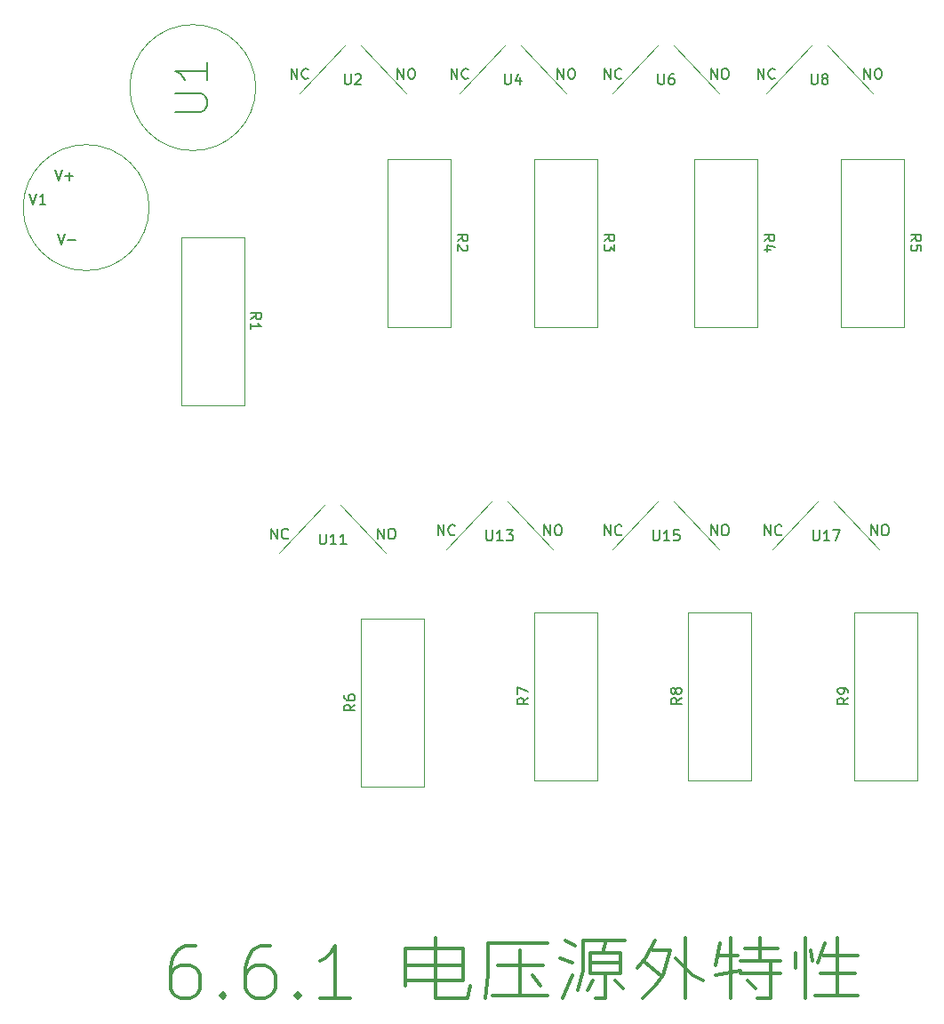
<source format=gbr>
%TF.GenerationSoftware,KiCad,Pcbnew,(6.0.7)*%
%TF.CreationDate,2022-09-05T15:10:35+08:00*%
%TF.ProjectId,6_6,365f362e-6b69-4636-9164-5f7063625858,rev?*%
%TF.SameCoordinates,Original*%
%TF.FileFunction,Legend,Top*%
%TF.FilePolarity,Positive*%
%FSLAX46Y46*%
G04 Gerber Fmt 4.6, Leading zero omitted, Abs format (unit mm)*
G04 Created by KiCad (PCBNEW (6.0.7)) date 2022-09-05 15:10:35*
%MOMM*%
%LPD*%
G01*
G04 APERTURE LIST*
%ADD10C,0.300000*%
%ADD11C,0.150000*%
%ADD12C,0.120000*%
G04 APERTURE END LIST*
D10*
X31991904Y-102036904D02*
X31039523Y-102036904D01*
X30563333Y-102275000D01*
X30325238Y-102513095D01*
X29849047Y-103227380D01*
X29610952Y-104179761D01*
X29610952Y-106084523D01*
X29849047Y-106560714D01*
X30087142Y-106798809D01*
X30563333Y-107036904D01*
X31515714Y-107036904D01*
X31991904Y-106798809D01*
X32229999Y-106560714D01*
X32468095Y-106084523D01*
X32468095Y-104894047D01*
X32229999Y-104417857D01*
X31991904Y-104179761D01*
X31515714Y-103941666D01*
X30563333Y-103941666D01*
X30087142Y-104179761D01*
X29849047Y-104417857D01*
X29610952Y-104894047D01*
X34610952Y-106560714D02*
X34849047Y-106798809D01*
X34610952Y-107036904D01*
X34372857Y-106798809D01*
X34610952Y-106560714D01*
X34610952Y-107036904D01*
X39134761Y-102036904D02*
X38182380Y-102036904D01*
X37706190Y-102275000D01*
X37468095Y-102513095D01*
X36991904Y-103227380D01*
X36753809Y-104179761D01*
X36753809Y-106084523D01*
X36991904Y-106560714D01*
X37230000Y-106798809D01*
X37706190Y-107036904D01*
X38658571Y-107036904D01*
X39134761Y-106798809D01*
X39372857Y-106560714D01*
X39610952Y-106084523D01*
X39610952Y-104894047D01*
X39372857Y-104417857D01*
X39134761Y-104179761D01*
X38658571Y-103941666D01*
X37706190Y-103941666D01*
X37230000Y-104179761D01*
X36991904Y-104417857D01*
X36753809Y-104894047D01*
X41753809Y-106560714D02*
X41991904Y-106798809D01*
X41753809Y-107036904D01*
X41515714Y-106798809D01*
X41753809Y-106560714D01*
X41753809Y-107036904D01*
X46753809Y-107036904D02*
X43896666Y-107036904D01*
X45325238Y-107036904D02*
X45325238Y-102036904D01*
X44849047Y-102751190D01*
X44372857Y-103227380D01*
X43896666Y-103465476D01*
X51991904Y-103941666D02*
X57468095Y-103941666D01*
X51991904Y-105370238D02*
X57468095Y-105370238D01*
X54849047Y-107036904D02*
X57944285Y-107036904D01*
X51991904Y-102275000D02*
X51991904Y-105846428D01*
X54849047Y-101322619D02*
X54849047Y-107036904D01*
X51991904Y-102275000D02*
X57468095Y-102275000D01*
X57468095Y-105370238D01*
X58182380Y-105846428D02*
X57944285Y-107036904D01*
X59849047Y-101798809D02*
X65563333Y-101798809D01*
X60801428Y-103941666D02*
X65087142Y-103941666D01*
X60325238Y-106798809D02*
X65563333Y-106798809D01*
X62944285Y-102513095D02*
X62944285Y-106798809D01*
X64134761Y-104894047D02*
X64849047Y-105846428D01*
X59849047Y-101798809D02*
X59849047Y-104894047D01*
X59610952Y-107036904D01*
X68896666Y-101560714D02*
X72944285Y-101560714D01*
X69610952Y-103703571D02*
X72468095Y-103703571D01*
X69610952Y-104655952D02*
X72468095Y-104655952D01*
X70087142Y-107036904D02*
X71039523Y-107036904D01*
X69610952Y-102751190D02*
X69610952Y-104655952D01*
X71039523Y-101798809D02*
X70801428Y-102751190D01*
X71039523Y-104655952D02*
X71039523Y-107036904D01*
X69610952Y-102751190D02*
X72468095Y-102751190D01*
X72468095Y-104655952D01*
X71991904Y-105370238D02*
X72706190Y-106084523D01*
X69849047Y-105370238D02*
X69372857Y-106322619D01*
X67230000Y-101560714D02*
X68182380Y-102036904D01*
X66753809Y-103227380D02*
X67944285Y-103703571D01*
X67944285Y-104894047D02*
X66991904Y-107036904D01*
X68896666Y-101560714D02*
X68896666Y-104417857D01*
X68420476Y-106322619D01*
X78658571Y-101322619D02*
X78658571Y-107036904D01*
X77706190Y-103227380D02*
X79372857Y-104894047D01*
X80325238Y-105370238D01*
X75801428Y-101560714D02*
X74849047Y-103227380D01*
X74134761Y-104179761D01*
X74849047Y-103703571D02*
X76277619Y-104894047D01*
X75563333Y-102513095D02*
X77230000Y-102513095D01*
X76515714Y-104894047D01*
X75801428Y-105846428D01*
X74610952Y-107036904D01*
X84372857Y-102275000D02*
X87468095Y-102275000D01*
X81753809Y-102989285D02*
X83658571Y-102989285D01*
X83896666Y-103465476D02*
X87706190Y-103465476D01*
X83896666Y-104655952D02*
X87706190Y-104655952D01*
X85563333Y-107036904D02*
X86753809Y-107036904D01*
X82944285Y-101322619D02*
X82944285Y-107036904D01*
X85801428Y-101322619D02*
X85801428Y-103465476D01*
X86753809Y-103465476D02*
X86753809Y-107036904D01*
X84610952Y-105370238D02*
X85325238Y-106084523D01*
X83896666Y-104417857D02*
X81515714Y-104894047D01*
X81991904Y-101798809D02*
X81515714Y-103941666D01*
X91753809Y-102989285D02*
X95087142Y-102989285D01*
X91515714Y-104655952D02*
X94849047Y-104655952D01*
X91039523Y-106798809D02*
X95087142Y-106798809D01*
X90087142Y-101322619D02*
X90087142Y-107036904D01*
X93182380Y-101322619D02*
X93182380Y-106798809D01*
X90563333Y-102513095D02*
X90801428Y-103465476D01*
X89134761Y-102751190D02*
X89134761Y-104179761D01*
X91991904Y-101798809D02*
X91277619Y-103703571D01*
D11*
%TO.C,U2*%
X46228095Y-19010380D02*
X46228095Y-19819904D01*
X46275714Y-19915142D01*
X46323333Y-19962761D01*
X46418571Y-20010380D01*
X46609047Y-20010380D01*
X46704285Y-19962761D01*
X46751904Y-19915142D01*
X46799523Y-19819904D01*
X46799523Y-19010380D01*
X47228095Y-19105619D02*
X47275714Y-19058000D01*
X47370952Y-19010380D01*
X47609047Y-19010380D01*
X47704285Y-19058000D01*
X47751904Y-19105619D01*
X47799523Y-19200857D01*
X47799523Y-19296095D01*
X47751904Y-19438952D01*
X47180476Y-20010380D01*
X47799523Y-20010380D01*
X41124285Y-19502380D02*
X41124285Y-18502380D01*
X41695714Y-19502380D01*
X41695714Y-18502380D01*
X42743333Y-19407142D02*
X42695714Y-19454761D01*
X42552857Y-19502380D01*
X42457619Y-19502380D01*
X42314761Y-19454761D01*
X42219523Y-19359523D01*
X42171904Y-19264285D01*
X42124285Y-19073809D01*
X42124285Y-18930952D01*
X42171904Y-18740476D01*
X42219523Y-18645238D01*
X42314761Y-18550000D01*
X42457619Y-18502380D01*
X42552857Y-18502380D01*
X42695714Y-18550000D01*
X42743333Y-18597619D01*
X51260476Y-19502380D02*
X51260476Y-18502380D01*
X51831904Y-19502380D01*
X51831904Y-18502380D01*
X52498571Y-18502380D02*
X52689047Y-18502380D01*
X52784285Y-18550000D01*
X52879523Y-18645238D01*
X52927142Y-18835714D01*
X52927142Y-19169047D01*
X52879523Y-19359523D01*
X52784285Y-19454761D01*
X52689047Y-19502380D01*
X52498571Y-19502380D01*
X52403333Y-19454761D01*
X52308095Y-19359523D01*
X52260476Y-19169047D01*
X52260476Y-18835714D01*
X52308095Y-18645238D01*
X52403333Y-18550000D01*
X52498571Y-18502380D01*
%TO.C,U17*%
X90836904Y-62475380D02*
X90836904Y-63284904D01*
X90884523Y-63380142D01*
X90932142Y-63427761D01*
X91027380Y-63475380D01*
X91217857Y-63475380D01*
X91313095Y-63427761D01*
X91360714Y-63380142D01*
X91408333Y-63284904D01*
X91408333Y-62475380D01*
X92408333Y-63475380D02*
X91836904Y-63475380D01*
X92122619Y-63475380D02*
X92122619Y-62475380D01*
X92027380Y-62618238D01*
X91932142Y-62713476D01*
X91836904Y-62761095D01*
X92741666Y-62475380D02*
X93408333Y-62475380D01*
X92979761Y-63475380D01*
X96345476Y-62967380D02*
X96345476Y-61967380D01*
X96916904Y-62967380D01*
X96916904Y-61967380D01*
X97583571Y-61967380D02*
X97774047Y-61967380D01*
X97869285Y-62015000D01*
X97964523Y-62110238D01*
X98012142Y-62300714D01*
X98012142Y-62634047D01*
X97964523Y-62824523D01*
X97869285Y-62919761D01*
X97774047Y-62967380D01*
X97583571Y-62967380D01*
X97488333Y-62919761D01*
X97393095Y-62824523D01*
X97345476Y-62634047D01*
X97345476Y-62300714D01*
X97393095Y-62110238D01*
X97488333Y-62015000D01*
X97583571Y-61967380D01*
X86209285Y-62967380D02*
X86209285Y-61967380D01*
X86780714Y-62967380D01*
X86780714Y-61967380D01*
X87828333Y-62872142D02*
X87780714Y-62919761D01*
X87637857Y-62967380D01*
X87542619Y-62967380D01*
X87399761Y-62919761D01*
X87304523Y-62824523D01*
X87256904Y-62729285D01*
X87209285Y-62538809D01*
X87209285Y-62395952D01*
X87256904Y-62205476D01*
X87304523Y-62110238D01*
X87399761Y-62015000D01*
X87542619Y-61967380D01*
X87637857Y-61967380D01*
X87780714Y-62015000D01*
X87828333Y-62062619D01*
%TO.C,R7*%
X63698380Y-78446666D02*
X63222190Y-78780000D01*
X63698380Y-79018095D02*
X62698380Y-79018095D01*
X62698380Y-78637142D01*
X62746000Y-78541904D01*
X62793619Y-78494285D01*
X62888857Y-78446666D01*
X63031714Y-78446666D01*
X63126952Y-78494285D01*
X63174571Y-78541904D01*
X63222190Y-78637142D01*
X63222190Y-79018095D01*
X62698380Y-78113333D02*
X62698380Y-77446666D01*
X63698380Y-77875238D01*
%TO.C,R3*%
X70921619Y-34933333D02*
X71397809Y-34600000D01*
X70921619Y-34361904D02*
X71921619Y-34361904D01*
X71921619Y-34742857D01*
X71874000Y-34838095D01*
X71826380Y-34885714D01*
X71731142Y-34933333D01*
X71588285Y-34933333D01*
X71493047Y-34885714D01*
X71445428Y-34838095D01*
X71397809Y-34742857D01*
X71397809Y-34361904D01*
X71921619Y-35266666D02*
X71921619Y-35885714D01*
X71540666Y-35552380D01*
X71540666Y-35695238D01*
X71493047Y-35790476D01*
X71445428Y-35838095D01*
X71350190Y-35885714D01*
X71112095Y-35885714D01*
X71016857Y-35838095D01*
X70969238Y-35790476D01*
X70921619Y-35695238D01*
X70921619Y-35409523D01*
X70969238Y-35314285D01*
X71016857Y-35266666D01*
%TO.C,U11*%
X43846904Y-62825380D02*
X43846904Y-63634904D01*
X43894523Y-63730142D01*
X43942142Y-63777761D01*
X44037380Y-63825380D01*
X44227857Y-63825380D01*
X44323095Y-63777761D01*
X44370714Y-63730142D01*
X44418333Y-63634904D01*
X44418333Y-62825380D01*
X45418333Y-63825380D02*
X44846904Y-63825380D01*
X45132619Y-63825380D02*
X45132619Y-62825380D01*
X45037380Y-62968238D01*
X44942142Y-63063476D01*
X44846904Y-63111095D01*
X46370714Y-63825380D02*
X45799285Y-63825380D01*
X46085000Y-63825380D02*
X46085000Y-62825380D01*
X45989761Y-62968238D01*
X45894523Y-63063476D01*
X45799285Y-63111095D01*
X39219285Y-63317380D02*
X39219285Y-62317380D01*
X39790714Y-63317380D01*
X39790714Y-62317380D01*
X40838333Y-63222142D02*
X40790714Y-63269761D01*
X40647857Y-63317380D01*
X40552619Y-63317380D01*
X40409761Y-63269761D01*
X40314523Y-63174523D01*
X40266904Y-63079285D01*
X40219285Y-62888809D01*
X40219285Y-62745952D01*
X40266904Y-62555476D01*
X40314523Y-62460238D01*
X40409761Y-62365000D01*
X40552619Y-62317380D01*
X40647857Y-62317380D01*
X40790714Y-62365000D01*
X40838333Y-62412619D01*
X49355476Y-63317380D02*
X49355476Y-62317380D01*
X49926904Y-63317380D01*
X49926904Y-62317380D01*
X50593571Y-62317380D02*
X50784047Y-62317380D01*
X50879285Y-62365000D01*
X50974523Y-62460238D01*
X51022142Y-62650714D01*
X51022142Y-62984047D01*
X50974523Y-63174523D01*
X50879285Y-63269761D01*
X50784047Y-63317380D01*
X50593571Y-63317380D01*
X50498333Y-63269761D01*
X50403095Y-63174523D01*
X50355476Y-62984047D01*
X50355476Y-62650714D01*
X50403095Y-62460238D01*
X50498333Y-62365000D01*
X50593571Y-62317380D01*
%TO.C,U6*%
X76073095Y-19010380D02*
X76073095Y-19819904D01*
X76120714Y-19915142D01*
X76168333Y-19962761D01*
X76263571Y-20010380D01*
X76454047Y-20010380D01*
X76549285Y-19962761D01*
X76596904Y-19915142D01*
X76644523Y-19819904D01*
X76644523Y-19010380D01*
X77549285Y-19010380D02*
X77358809Y-19010380D01*
X77263571Y-19058000D01*
X77215952Y-19105619D01*
X77120714Y-19248476D01*
X77073095Y-19438952D01*
X77073095Y-19819904D01*
X77120714Y-19915142D01*
X77168333Y-19962761D01*
X77263571Y-20010380D01*
X77454047Y-20010380D01*
X77549285Y-19962761D01*
X77596904Y-19915142D01*
X77644523Y-19819904D01*
X77644523Y-19581809D01*
X77596904Y-19486571D01*
X77549285Y-19438952D01*
X77454047Y-19391333D01*
X77263571Y-19391333D01*
X77168333Y-19438952D01*
X77120714Y-19486571D01*
X77073095Y-19581809D01*
X70969285Y-19502380D02*
X70969285Y-18502380D01*
X71540714Y-19502380D01*
X71540714Y-18502380D01*
X72588333Y-19407142D02*
X72540714Y-19454761D01*
X72397857Y-19502380D01*
X72302619Y-19502380D01*
X72159761Y-19454761D01*
X72064523Y-19359523D01*
X72016904Y-19264285D01*
X71969285Y-19073809D01*
X71969285Y-18930952D01*
X72016904Y-18740476D01*
X72064523Y-18645238D01*
X72159761Y-18550000D01*
X72302619Y-18502380D01*
X72397857Y-18502380D01*
X72540714Y-18550000D01*
X72588333Y-18597619D01*
X81105476Y-19502380D02*
X81105476Y-18502380D01*
X81676904Y-19502380D01*
X81676904Y-18502380D01*
X82343571Y-18502380D02*
X82534047Y-18502380D01*
X82629285Y-18550000D01*
X82724523Y-18645238D01*
X82772142Y-18835714D01*
X82772142Y-19169047D01*
X82724523Y-19359523D01*
X82629285Y-19454761D01*
X82534047Y-19502380D01*
X82343571Y-19502380D01*
X82248333Y-19454761D01*
X82153095Y-19359523D01*
X82105476Y-19169047D01*
X82105476Y-18835714D01*
X82153095Y-18645238D01*
X82248333Y-18550000D01*
X82343571Y-18502380D01*
%TO.C,U15*%
X75596904Y-62475380D02*
X75596904Y-63284904D01*
X75644523Y-63380142D01*
X75692142Y-63427761D01*
X75787380Y-63475380D01*
X75977857Y-63475380D01*
X76073095Y-63427761D01*
X76120714Y-63380142D01*
X76168333Y-63284904D01*
X76168333Y-62475380D01*
X77168333Y-63475380D02*
X76596904Y-63475380D01*
X76882619Y-63475380D02*
X76882619Y-62475380D01*
X76787380Y-62618238D01*
X76692142Y-62713476D01*
X76596904Y-62761095D01*
X78073095Y-62475380D02*
X77596904Y-62475380D01*
X77549285Y-62951571D01*
X77596904Y-62903952D01*
X77692142Y-62856333D01*
X77930238Y-62856333D01*
X78025476Y-62903952D01*
X78073095Y-62951571D01*
X78120714Y-63046809D01*
X78120714Y-63284904D01*
X78073095Y-63380142D01*
X78025476Y-63427761D01*
X77930238Y-63475380D01*
X77692142Y-63475380D01*
X77596904Y-63427761D01*
X77549285Y-63380142D01*
X81105476Y-62967380D02*
X81105476Y-61967380D01*
X81676904Y-62967380D01*
X81676904Y-61967380D01*
X82343571Y-61967380D02*
X82534047Y-61967380D01*
X82629285Y-62015000D01*
X82724523Y-62110238D01*
X82772142Y-62300714D01*
X82772142Y-62634047D01*
X82724523Y-62824523D01*
X82629285Y-62919761D01*
X82534047Y-62967380D01*
X82343571Y-62967380D01*
X82248333Y-62919761D01*
X82153095Y-62824523D01*
X82105476Y-62634047D01*
X82105476Y-62300714D01*
X82153095Y-62110238D01*
X82248333Y-62015000D01*
X82343571Y-61967380D01*
X70969285Y-62967380D02*
X70969285Y-61967380D01*
X71540714Y-62967380D01*
X71540714Y-61967380D01*
X72588333Y-62872142D02*
X72540714Y-62919761D01*
X72397857Y-62967380D01*
X72302619Y-62967380D01*
X72159761Y-62919761D01*
X72064523Y-62824523D01*
X72016904Y-62729285D01*
X71969285Y-62538809D01*
X71969285Y-62395952D01*
X72016904Y-62205476D01*
X72064523Y-62110238D01*
X72159761Y-62015000D01*
X72302619Y-61967380D01*
X72397857Y-61967380D01*
X72540714Y-62015000D01*
X72588333Y-62062619D01*
%TO.C,R4*%
X86161619Y-34933333D02*
X86637809Y-34600000D01*
X86161619Y-34361904D02*
X87161619Y-34361904D01*
X87161619Y-34742857D01*
X87114000Y-34838095D01*
X87066380Y-34885714D01*
X86971142Y-34933333D01*
X86828285Y-34933333D01*
X86733047Y-34885714D01*
X86685428Y-34838095D01*
X86637809Y-34742857D01*
X86637809Y-34361904D01*
X86828285Y-35790476D02*
X86161619Y-35790476D01*
X87209238Y-35552380D02*
X86494952Y-35314285D01*
X86494952Y-35933333D01*
%TO.C,U1*%
X30107142Y-22605714D02*
X32535714Y-22605714D01*
X32821428Y-22462857D01*
X32964285Y-22320000D01*
X33107142Y-22034285D01*
X33107142Y-21462857D01*
X32964285Y-21177142D01*
X32821428Y-21034285D01*
X32535714Y-20891428D01*
X30107142Y-20891428D01*
X33107142Y-17891428D02*
X33107142Y-19605714D01*
X33107142Y-18748571D02*
X30107142Y-18748571D01*
X30535714Y-19034285D01*
X30821428Y-19320000D01*
X30964285Y-19605714D01*
%TO.C,R6*%
X47188380Y-79081666D02*
X46712190Y-79415000D01*
X47188380Y-79653095D02*
X46188380Y-79653095D01*
X46188380Y-79272142D01*
X46236000Y-79176904D01*
X46283619Y-79129285D01*
X46378857Y-79081666D01*
X46521714Y-79081666D01*
X46616952Y-79129285D01*
X46664571Y-79176904D01*
X46712190Y-79272142D01*
X46712190Y-79653095D01*
X46188380Y-78224523D02*
X46188380Y-78415000D01*
X46236000Y-78510238D01*
X46283619Y-78557857D01*
X46426476Y-78653095D01*
X46616952Y-78700714D01*
X46997904Y-78700714D01*
X47093142Y-78653095D01*
X47140761Y-78605476D01*
X47188380Y-78510238D01*
X47188380Y-78319761D01*
X47140761Y-78224523D01*
X47093142Y-78176904D01*
X46997904Y-78129285D01*
X46759809Y-78129285D01*
X46664571Y-78176904D01*
X46616952Y-78224523D01*
X46569333Y-78319761D01*
X46569333Y-78510238D01*
X46616952Y-78605476D01*
X46664571Y-78653095D01*
X46759809Y-78700714D01*
%TO.C,U4*%
X61468095Y-19010380D02*
X61468095Y-19819904D01*
X61515714Y-19915142D01*
X61563333Y-19962761D01*
X61658571Y-20010380D01*
X61849047Y-20010380D01*
X61944285Y-19962761D01*
X61991904Y-19915142D01*
X62039523Y-19819904D01*
X62039523Y-19010380D01*
X62944285Y-19343714D02*
X62944285Y-20010380D01*
X62706190Y-18962761D02*
X62468095Y-19677047D01*
X63087142Y-19677047D01*
X56364285Y-19502380D02*
X56364285Y-18502380D01*
X56935714Y-19502380D01*
X56935714Y-18502380D01*
X57983333Y-19407142D02*
X57935714Y-19454761D01*
X57792857Y-19502380D01*
X57697619Y-19502380D01*
X57554761Y-19454761D01*
X57459523Y-19359523D01*
X57411904Y-19264285D01*
X57364285Y-19073809D01*
X57364285Y-18930952D01*
X57411904Y-18740476D01*
X57459523Y-18645238D01*
X57554761Y-18550000D01*
X57697619Y-18502380D01*
X57792857Y-18502380D01*
X57935714Y-18550000D01*
X57983333Y-18597619D01*
X66500476Y-19502380D02*
X66500476Y-18502380D01*
X67071904Y-19502380D01*
X67071904Y-18502380D01*
X67738571Y-18502380D02*
X67929047Y-18502380D01*
X68024285Y-18550000D01*
X68119523Y-18645238D01*
X68167142Y-18835714D01*
X68167142Y-19169047D01*
X68119523Y-19359523D01*
X68024285Y-19454761D01*
X67929047Y-19502380D01*
X67738571Y-19502380D01*
X67643333Y-19454761D01*
X67548095Y-19359523D01*
X67500476Y-19169047D01*
X67500476Y-18835714D01*
X67548095Y-18645238D01*
X67643333Y-18550000D01*
X67738571Y-18502380D01*
%TO.C,R5*%
X100131619Y-34933333D02*
X100607809Y-34600000D01*
X100131619Y-34361904D02*
X101131619Y-34361904D01*
X101131619Y-34742857D01*
X101084000Y-34838095D01*
X101036380Y-34885714D01*
X100941142Y-34933333D01*
X100798285Y-34933333D01*
X100703047Y-34885714D01*
X100655428Y-34838095D01*
X100607809Y-34742857D01*
X100607809Y-34361904D01*
X101131619Y-35838095D02*
X101131619Y-35361904D01*
X100655428Y-35314285D01*
X100703047Y-35361904D01*
X100750666Y-35457142D01*
X100750666Y-35695238D01*
X100703047Y-35790476D01*
X100655428Y-35838095D01*
X100560190Y-35885714D01*
X100322095Y-35885714D01*
X100226857Y-35838095D01*
X100179238Y-35790476D01*
X100131619Y-35695238D01*
X100131619Y-35457142D01*
X100179238Y-35361904D01*
X100226857Y-35314285D01*
%TO.C,V1*%
X16208476Y-30440380D02*
X16541809Y-31440380D01*
X16875142Y-30440380D01*
X17732285Y-31440380D02*
X17160857Y-31440380D01*
X17446571Y-31440380D02*
X17446571Y-30440380D01*
X17351333Y-30583238D01*
X17256095Y-30678476D01*
X17160857Y-30726095D01*
X18859619Y-34250380D02*
X19192952Y-35250380D01*
X19526285Y-34250380D01*
X19859619Y-34869428D02*
X20621523Y-34869428D01*
X18605619Y-28154380D02*
X18938952Y-29154380D01*
X19272285Y-28154380D01*
X19605619Y-28773428D02*
X20367523Y-28773428D01*
X19986571Y-29154380D02*
X19986571Y-28392476D01*
%TO.C,R8*%
X78303380Y-78446666D02*
X77827190Y-78780000D01*
X78303380Y-79018095D02*
X77303380Y-79018095D01*
X77303380Y-78637142D01*
X77351000Y-78541904D01*
X77398619Y-78494285D01*
X77493857Y-78446666D01*
X77636714Y-78446666D01*
X77731952Y-78494285D01*
X77779571Y-78541904D01*
X77827190Y-78637142D01*
X77827190Y-79018095D01*
X77731952Y-77875238D02*
X77684333Y-77970476D01*
X77636714Y-78018095D01*
X77541476Y-78065714D01*
X77493857Y-78065714D01*
X77398619Y-78018095D01*
X77351000Y-77970476D01*
X77303380Y-77875238D01*
X77303380Y-77684761D01*
X77351000Y-77589523D01*
X77398619Y-77541904D01*
X77493857Y-77494285D01*
X77541476Y-77494285D01*
X77636714Y-77541904D01*
X77684333Y-77589523D01*
X77731952Y-77684761D01*
X77731952Y-77875238D01*
X77779571Y-77970476D01*
X77827190Y-78018095D01*
X77922428Y-78065714D01*
X78112904Y-78065714D01*
X78208142Y-78018095D01*
X78255761Y-77970476D01*
X78303380Y-77875238D01*
X78303380Y-77684761D01*
X78255761Y-77589523D01*
X78208142Y-77541904D01*
X78112904Y-77494285D01*
X77922428Y-77494285D01*
X77827190Y-77541904D01*
X77779571Y-77589523D01*
X77731952Y-77684761D01*
%TO.C,R2*%
X56951619Y-34933333D02*
X57427809Y-34600000D01*
X56951619Y-34361904D02*
X57951619Y-34361904D01*
X57951619Y-34742857D01*
X57904000Y-34838095D01*
X57856380Y-34885714D01*
X57761142Y-34933333D01*
X57618285Y-34933333D01*
X57523047Y-34885714D01*
X57475428Y-34838095D01*
X57427809Y-34742857D01*
X57427809Y-34361904D01*
X57856380Y-35314285D02*
X57904000Y-35361904D01*
X57951619Y-35457142D01*
X57951619Y-35695238D01*
X57904000Y-35790476D01*
X57856380Y-35838095D01*
X57761142Y-35885714D01*
X57665904Y-35885714D01*
X57523047Y-35838095D01*
X56951619Y-35266666D01*
X56951619Y-35885714D01*
%TO.C,R9*%
X94178380Y-78446666D02*
X93702190Y-78780000D01*
X94178380Y-79018095D02*
X93178380Y-79018095D01*
X93178380Y-78637142D01*
X93226000Y-78541904D01*
X93273619Y-78494285D01*
X93368857Y-78446666D01*
X93511714Y-78446666D01*
X93606952Y-78494285D01*
X93654571Y-78541904D01*
X93702190Y-78637142D01*
X93702190Y-79018095D01*
X94178380Y-77970476D02*
X94178380Y-77780000D01*
X94130761Y-77684761D01*
X94083142Y-77637142D01*
X93940285Y-77541904D01*
X93749809Y-77494285D01*
X93368857Y-77494285D01*
X93273619Y-77541904D01*
X93226000Y-77589523D01*
X93178380Y-77684761D01*
X93178380Y-77875238D01*
X93226000Y-77970476D01*
X93273619Y-78018095D01*
X93368857Y-78065714D01*
X93606952Y-78065714D01*
X93702190Y-78018095D01*
X93749809Y-77970476D01*
X93797428Y-77875238D01*
X93797428Y-77684761D01*
X93749809Y-77589523D01*
X93702190Y-77541904D01*
X93606952Y-77494285D01*
%TO.C,U13*%
X59721904Y-62475380D02*
X59721904Y-63284904D01*
X59769523Y-63380142D01*
X59817142Y-63427761D01*
X59912380Y-63475380D01*
X60102857Y-63475380D01*
X60198095Y-63427761D01*
X60245714Y-63380142D01*
X60293333Y-63284904D01*
X60293333Y-62475380D01*
X61293333Y-63475380D02*
X60721904Y-63475380D01*
X61007619Y-63475380D02*
X61007619Y-62475380D01*
X60912380Y-62618238D01*
X60817142Y-62713476D01*
X60721904Y-62761095D01*
X61626666Y-62475380D02*
X62245714Y-62475380D01*
X61912380Y-62856333D01*
X62055238Y-62856333D01*
X62150476Y-62903952D01*
X62198095Y-62951571D01*
X62245714Y-63046809D01*
X62245714Y-63284904D01*
X62198095Y-63380142D01*
X62150476Y-63427761D01*
X62055238Y-63475380D01*
X61769523Y-63475380D01*
X61674285Y-63427761D01*
X61626666Y-63380142D01*
X55094285Y-62967380D02*
X55094285Y-61967380D01*
X55665714Y-62967380D01*
X55665714Y-61967380D01*
X56713333Y-62872142D02*
X56665714Y-62919761D01*
X56522857Y-62967380D01*
X56427619Y-62967380D01*
X56284761Y-62919761D01*
X56189523Y-62824523D01*
X56141904Y-62729285D01*
X56094285Y-62538809D01*
X56094285Y-62395952D01*
X56141904Y-62205476D01*
X56189523Y-62110238D01*
X56284761Y-62015000D01*
X56427619Y-61967380D01*
X56522857Y-61967380D01*
X56665714Y-62015000D01*
X56713333Y-62062619D01*
X65230476Y-62967380D02*
X65230476Y-61967380D01*
X65801904Y-62967380D01*
X65801904Y-61967380D01*
X66468571Y-61967380D02*
X66659047Y-61967380D01*
X66754285Y-62015000D01*
X66849523Y-62110238D01*
X66897142Y-62300714D01*
X66897142Y-62634047D01*
X66849523Y-62824523D01*
X66754285Y-62919761D01*
X66659047Y-62967380D01*
X66468571Y-62967380D01*
X66373333Y-62919761D01*
X66278095Y-62824523D01*
X66230476Y-62634047D01*
X66230476Y-62300714D01*
X66278095Y-62110238D01*
X66373333Y-62015000D01*
X66468571Y-61967380D01*
%TO.C,R1*%
X37266619Y-42378333D02*
X37742809Y-42045000D01*
X37266619Y-41806904D02*
X38266619Y-41806904D01*
X38266619Y-42187857D01*
X38219000Y-42283095D01*
X38171380Y-42330714D01*
X38076142Y-42378333D01*
X37933285Y-42378333D01*
X37838047Y-42330714D01*
X37790428Y-42283095D01*
X37742809Y-42187857D01*
X37742809Y-41806904D01*
X37266619Y-43330714D02*
X37266619Y-42759285D01*
X37266619Y-43045000D02*
X38266619Y-43045000D01*
X38123761Y-42949761D01*
X38028523Y-42854523D01*
X37980904Y-42759285D01*
%TO.C,U8*%
X90678095Y-19010380D02*
X90678095Y-19819904D01*
X90725714Y-19915142D01*
X90773333Y-19962761D01*
X90868571Y-20010380D01*
X91059047Y-20010380D01*
X91154285Y-19962761D01*
X91201904Y-19915142D01*
X91249523Y-19819904D01*
X91249523Y-19010380D01*
X91868571Y-19438952D02*
X91773333Y-19391333D01*
X91725714Y-19343714D01*
X91678095Y-19248476D01*
X91678095Y-19200857D01*
X91725714Y-19105619D01*
X91773333Y-19058000D01*
X91868571Y-19010380D01*
X92059047Y-19010380D01*
X92154285Y-19058000D01*
X92201904Y-19105619D01*
X92249523Y-19200857D01*
X92249523Y-19248476D01*
X92201904Y-19343714D01*
X92154285Y-19391333D01*
X92059047Y-19438952D01*
X91868571Y-19438952D01*
X91773333Y-19486571D01*
X91725714Y-19534190D01*
X91678095Y-19629428D01*
X91678095Y-19819904D01*
X91725714Y-19915142D01*
X91773333Y-19962761D01*
X91868571Y-20010380D01*
X92059047Y-20010380D01*
X92154285Y-19962761D01*
X92201904Y-19915142D01*
X92249523Y-19819904D01*
X92249523Y-19629428D01*
X92201904Y-19534190D01*
X92154285Y-19486571D01*
X92059047Y-19438952D01*
X85574285Y-19502380D02*
X85574285Y-18502380D01*
X86145714Y-19502380D01*
X86145714Y-18502380D01*
X87193333Y-19407142D02*
X87145714Y-19454761D01*
X87002857Y-19502380D01*
X86907619Y-19502380D01*
X86764761Y-19454761D01*
X86669523Y-19359523D01*
X86621904Y-19264285D01*
X86574285Y-19073809D01*
X86574285Y-18930952D01*
X86621904Y-18740476D01*
X86669523Y-18645238D01*
X86764761Y-18550000D01*
X86907619Y-18502380D01*
X87002857Y-18502380D01*
X87145714Y-18550000D01*
X87193333Y-18597619D01*
X95710476Y-19502380D02*
X95710476Y-18502380D01*
X96281904Y-19502380D01*
X96281904Y-18502380D01*
X96948571Y-18502380D02*
X97139047Y-18502380D01*
X97234285Y-18550000D01*
X97329523Y-18645238D01*
X97377142Y-18835714D01*
X97377142Y-19169047D01*
X97329523Y-19359523D01*
X97234285Y-19454761D01*
X97139047Y-19502380D01*
X96948571Y-19502380D01*
X96853333Y-19454761D01*
X96758095Y-19359523D01*
X96710476Y-19169047D01*
X96710476Y-18835714D01*
X96758095Y-18645238D01*
X96853333Y-18550000D01*
X96948571Y-18502380D01*
D12*
%TO.C,U2*%
X46228000Y-16256000D02*
X41910000Y-20828000D01*
X47752000Y-16256000D02*
X52070000Y-20828000D01*
%TO.C,U17*%
X92837000Y-59721000D02*
X97155000Y-64293000D01*
X91313000Y-59721000D02*
X86995000Y-64293000D01*
%TO.C,R7*%
X64310000Y-86280000D02*
X70310000Y-86280000D01*
X70310000Y-86280000D02*
X70310000Y-70280000D01*
X70310000Y-70280000D02*
X64310000Y-70280000D01*
X64310000Y-70280000D02*
X64310000Y-86280000D01*
%TO.C,R3*%
X70310000Y-27100000D02*
X64310000Y-27100000D01*
X64310000Y-27100000D02*
X64310000Y-43100000D01*
X64310000Y-43100000D02*
X70310000Y-43100000D01*
X70310000Y-43100000D02*
X70310000Y-27100000D01*
%TO.C,U11*%
X45847000Y-60071000D02*
X50165000Y-64643000D01*
X44323000Y-60071000D02*
X40005000Y-64643000D01*
%TO.C,U6*%
X77597000Y-16256000D02*
X81915000Y-20828000D01*
X76073000Y-16256000D02*
X71755000Y-20828000D01*
%TO.C,U15*%
X77597000Y-59721000D02*
X81915000Y-64293000D01*
X76073000Y-59721000D02*
X71755000Y-64293000D01*
%TO.C,R4*%
X85550000Y-27100000D02*
X79550000Y-27100000D01*
X79550000Y-27100000D02*
X79550000Y-43100000D01*
X79550000Y-43100000D02*
X85550000Y-43100000D01*
X85550000Y-43100000D02*
X85550000Y-27100000D01*
%TO.C,U1*%
X37750000Y-20320000D02*
G75*
G03*
X37750000Y-20320000I-6000000J0D01*
G01*
%TO.C,R6*%
X47800000Y-86915000D02*
X53800000Y-86915000D01*
X53800000Y-86915000D02*
X53800000Y-70915000D01*
X53800000Y-70915000D02*
X47800000Y-70915000D01*
X47800000Y-70915000D02*
X47800000Y-86915000D01*
%TO.C,U4*%
X61468000Y-16256000D02*
X57150000Y-20828000D01*
X62992000Y-16256000D02*
X67310000Y-20828000D01*
%TO.C,R5*%
X99520000Y-27100000D02*
X93520000Y-27100000D01*
X93520000Y-27100000D02*
X93520000Y-43100000D01*
X93520000Y-43100000D02*
X99520000Y-43100000D01*
X99520000Y-43100000D02*
X99520000Y-27100000D01*
%TO.C,V1*%
X27590000Y-31750000D02*
G75*
G03*
X27590000Y-31750000I-6000000J0D01*
G01*
%TO.C,R8*%
X78915000Y-86280000D02*
X84915000Y-86280000D01*
X84915000Y-86280000D02*
X84915000Y-70280000D01*
X84915000Y-70280000D02*
X78915000Y-70280000D01*
X78915000Y-70280000D02*
X78915000Y-86280000D01*
%TO.C,R2*%
X56340000Y-27100000D02*
X50340000Y-27100000D01*
X50340000Y-27100000D02*
X50340000Y-43100000D01*
X50340000Y-43100000D02*
X56340000Y-43100000D01*
X56340000Y-43100000D02*
X56340000Y-27100000D01*
%TO.C,R9*%
X94790000Y-86280000D02*
X100790000Y-86280000D01*
X100790000Y-86280000D02*
X100790000Y-70280000D01*
X100790000Y-70280000D02*
X94790000Y-70280000D01*
X94790000Y-70280000D02*
X94790000Y-86280000D01*
%TO.C,U13*%
X60198000Y-59721000D02*
X55880000Y-64293000D01*
X61722000Y-59721000D02*
X66040000Y-64293000D01*
%TO.C,R1*%
X36655000Y-34545000D02*
X30655000Y-34545000D01*
X30655000Y-34545000D02*
X30655000Y-50545000D01*
X30655000Y-50545000D02*
X36655000Y-50545000D01*
X36655000Y-50545000D02*
X36655000Y-34545000D01*
%TO.C,U8*%
X90678000Y-16256000D02*
X86360000Y-20828000D01*
X92202000Y-16256000D02*
X96520000Y-20828000D01*
%TD*%
M02*

</source>
